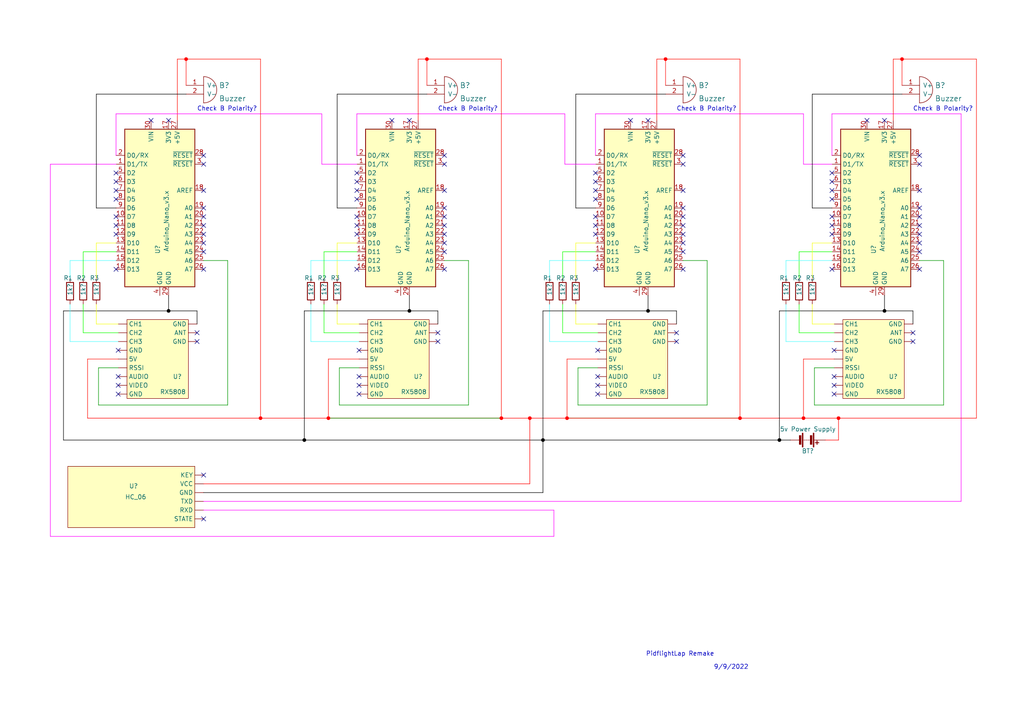
<source format=kicad_sch>
(kicad_sch (version 20211123) (generator eeschema)
  (paper "A4")
  (lib_symbols
    (symbol "Device:Battery" (pin_numbers hide) (pin_names (offset 0) hide)
      (property "Reference" "BT" (at 2.54 2.54 0))
      (property "Value" "Battery" (at 2.54 0 0))
      (symbol "Battery_0_1"
        (rectangle (start -2.032 -1.397) (end 2.032 -1.651) (fill (type outline)))
        (rectangle (start -2.032 1.778) (end 2.032 1.524) (fill (type outline)))
        (rectangle (start -1.3208 -1.9812) (end 1.27 -2.4892) (fill (type outline)))
        (rectangle (start -1.3208 1.1938) (end 1.27 0.6858) (fill (type outline)))
        (polyline (pts (xy 0 -1.524) (xy 0 -1.27)))
        (polyline (pts (xy 0 -1.016) (xy 0 -0.762)))
        (polyline (pts (xy 0 -0.508) (xy 0 -0.254)))
        (polyline (pts (xy 0 0) (xy 0 0.254)))
        (polyline (pts (xy 0 0.508) (xy 0 0.762)))
        (polyline (pts (xy 0 1.778) (xy 0 2.54)))
        (polyline (pts (xy 0.254 2.667) (xy 1.27 2.667)) (stroke (width 0.254)))
        (polyline (pts (xy 0.762 3.175) (xy 0.762 2.159)) (stroke (width 0.254)))
      )
      (symbol "Battery_1_1"
        (pin passive line (at 0 5.08 270) (length 2.54) (name "+") (number "1"))
        (pin passive line (at 0 -5.08 90) (length 2.54) (name "-") (number "2"))
      )
    )
    (symbol "Device:R" (pin_numbers hide) (pin_names (offset 0))
      (property "Reference" "R" (at 2.032 0 90))
      (property "Value" "R" (at 0 0 90))
      (symbol "R_0_1"
        (rectangle (start -1.016 -2.54) (end 1.016 2.54) (stroke (width 0.254)))
      )
      (symbol "R_1_1"
        (pin passive line (at 0 3.81 270) (length 1.27) (name "~") (number "1"))
        (pin passive line (at 0 -3.81 90) (length 1.27) (name "~") (number "2"))
      )
    )
    (symbol "HC_06:HC_06"
      (property "Reference" "U" (at -2.54 5.08 0))
      (property "Value" "HC_06" (at -1.27 1.27 0))
      (symbol "HC_06_0_1"
        (rectangle (start 17.78 8.89) (end -19.05 -8.89) (fill (type background)))
      )
      (symbol "HC_06_1_1"
        (pin input line (at 20.32 1.27 180) (length 2.54) (name "GND") (number ""))
        (pin input line (at 20.32 6.35 180) (length 2.54) (name "KEY") (number ""))
        (pin input line (at 20.32 -3.81 180) (length 2.54) (name "RXD") (number ""))
        (pin input line (at 20.32 -6.35 180) (length 2.54) (name "STATE") (number ""))
        (pin input line (at 20.32 -1.27 180) (length 2.54) (name "TXD") (number ""))
        (pin input line (at 20.32 3.81 180) (length 2.54) (name "VCC") (number ""))
      )
    )
    (symbol "MCU_Module:Arduino_Nano_v3.x"
      (property "Reference" "A" (at -10.16 23.495 0))
      (property "Value" "Arduino_Nano_v3.x" (at 5.08 -24.13 0))
      (symbol "Arduino_Nano_v3.x_0_1"
        (rectangle (start -10.16 22.86) (end 10.16 -22.86) (stroke (width 0.254)) (fill (type background)))
      )
      (symbol "Arduino_Nano_v3.x_1_1"
        (pin bidirectional line (at -12.7 12.7 0) (length 2.54) (name "D1/TX") (number "1"))
        (pin bidirectional line (at -12.7 -2.54 0) (length 2.54) (name "D7") (number "10"))
        (pin bidirectional line (at -12.7 -5.08 0) (length 2.54) (name "D8") (number "11"))
        (pin bidirectional line (at -12.7 -7.62 0) (length 2.54) (name "D9") (number "12"))
        (pin bidirectional line (at -12.7 -10.16 0) (length 2.54) (name "D10") (number "13"))
        (pin bidirectional line (at -12.7 -12.7 0) (length 2.54) (name "D11") (number "14"))
        (pin bidirectional line (at -12.7 -15.24 0) (length 2.54) (name "D12") (number "15"))
        (pin bidirectional line (at -12.7 -17.78 0) (length 2.54) (name "D13") (number "16"))
        (pin power_out line (at 2.54 25.4 270) (length 2.54) (name "3V3") (number "17"))
        (pin input line (at 12.7 5.08 180) (length 2.54) (name "AREF") (number "18"))
        (pin bidirectional line (at 12.7 0 180) (length 2.54) (name "A0") (number "19"))
        (pin bidirectional line (at -12.7 15.24 0) (length 2.54) (name "D0/RX") (number "2"))
        (pin bidirectional line (at 12.7 -2.54 180) (length 2.54) (name "A1") (number "20"))
        (pin bidirectional line (at 12.7 -5.08 180) (length 2.54) (name "A2") (number "21"))
        (pin bidirectional line (at 12.7 -7.62 180) (length 2.54) (name "A3") (number "22"))
        (pin bidirectional line (at 12.7 -10.16 180) (length 2.54) (name "A4") (number "23"))
        (pin bidirectional line (at 12.7 -12.7 180) (length 2.54) (name "A5") (number "24"))
        (pin bidirectional line (at 12.7 -15.24 180) (length 2.54) (name "A6") (number "25"))
        (pin bidirectional line (at 12.7 -17.78 180) (length 2.54) (name "A7") (number "26"))
        (pin power_out line (at 5.08 25.4 270) (length 2.54) (name "+5V") (number "27"))
        (pin input line (at 12.7 15.24 180) (length 2.54) (name "~{RESET}") (number "28"))
        (pin power_in line (at 2.54 -25.4 90) (length 2.54) (name "GND") (number "29"))
        (pin input line (at 12.7 12.7 180) (length 2.54) (name "~{RESET}") (number "3"))
        (pin power_in line (at -2.54 25.4 270) (length 2.54) (name "VIN") (number "30"))
        (pin power_in line (at 0 -25.4 90) (length 2.54) (name "GND") (number "4"))
        (pin bidirectional line (at -12.7 10.16 0) (length 2.54) (name "D2") (number "5"))
        (pin bidirectional line (at -12.7 7.62 0) (length 2.54) (name "D3") (number "6"))
        (pin bidirectional line (at -12.7 5.08 0) (length 2.54) (name "D4") (number "7"))
        (pin bidirectional line (at -12.7 2.54 0) (length 2.54) (name "D5") (number "8"))
        (pin bidirectional line (at -12.7 0 0) (length 2.54) (name "D6") (number "9"))
      )
    )
    (symbol "MRDT_Devices:Buzzer" (pin_names (offset 1.016))
      (property "Reference" "B" (at 1.27 -1.27 0))
      (property "Value" "Buzzer" (at 0 10.16 0))
      (symbol "Buzzer_0_1"
        (polyline (pts (xy 0 7.62) (xy 0 0)))
        (arc (start 0 0) (mid 3.81 3.81) (end 0 7.62))
      )
      (symbol "Buzzer_1_1"
        (pin input line (at -5.08 5.08 0) (length 5.08) (name "V+") (number "1"))
        (pin input line (at -5.08 2.54 0) (length 5.08) (name "V-") (number "2"))
      )
    )
    (symbol "RX5808:RX5808"
      (property "Reference" "U" (at 6.35 -7.62 0))
      (property "Value" "RX5808" (at 3.81 -11.43 0))
      (symbol "RX5808_0_1"
        (rectangle (start -8.89 10.16) (end 8.89 -12.7) (fill (type background)))
      )
      (symbol "RX5808_1_1"
        (pin input line (at -11.43 -1.27 0) (length 2.54) (name "5V") (number ""))
        (pin input line (at 11.43 6.35 180) (length 2.54) (name "ANT") (number ""))
        (pin input line (at -11.43 -6.35 0) (length 2.54) (name "AUDIO") (number ""))
        (pin input line (at -11.43 8.89 0) (length 2.54) (name "CH1") (number ""))
        (pin input line (at -11.43 6.35 0) (length 2.54) (name "CH2") (number ""))
        (pin input line (at -11.43 3.81 0) (length 2.54) (name "CH3") (number ""))
        (pin input line (at -11.43 -11.43 0) (length 2.54) (name "GND") (number ""))
        (pin input line (at -11.43 1.27 0) (length 2.54) (name "GND") (number ""))
        (pin input line (at 11.43 3.81 180) (length 2.54) (name "GND") (number ""))
        (pin input line (at 11.43 8.89 180) (length 2.54) (name "GND") (number ""))
        (pin input line (at -11.43 -3.81 0) (length 2.54) (name "RSSI") (number ""))
        (pin input line (at -11.43 -8.89 0) (length 2.54) (name "VIDEO") (number ""))
      )
    )
  )
  (junction (at 157.48 127.635) (color 0 0 0 1))
  (junction (at 123.825 17.145) (color 255 0 0 1))
  (junction (at 375.92 39.37) (color 0 0 0 1))
  (junction (at 226.06 127.635) (color 0 0 0 1))
  (junction (at 233.045 121.285) (color 255 0 0 1))
  (junction (at 424.18 14.605) (color 255 0 0 1))
  (junction (at 88.265 127.635) (color 0 0 0 1))
  (junction (at 95.25 121.285) (color 255 0 0 1))
  (junction (at 75.565 121.285) (color 255 0 0 1))
  (junction (at 214.63 121.285) (color 255 0 0 1))
  (junction (at 48.895 90.17) (color 0 0 0 1))
  (junction (at 164.465 121.285) (color 255 0 0 1))
  (junction (at 376.555 125.73) (color 255 0 0 1))
  (junction (at 118.745 90.17) (color 0 0 0 1))
  (junction (at 187.96 90.17) (color 0 0 0 1))
  (junction (at 261.62 17.145) (color 255 0 0 1))
  (junction (at 243.205 121.285) (color 255 0 0 1))
  (junction (at 145.415 121.285) (color 255 0 0 1))
  (junction (at 153.67 121.285) (color 255 0 0 1))
  (junction (at 414.655 14.605) (color 255 0 0 1))
  (junction (at 53.975 17.145) (color 255 0 0 1))
  (junction (at 256.54 90.17) (color 0 0 0 1))
  (junction (at 193.04 17.145) (color 255 0 0 1))
  (junction (at 412.115 99.06) (color 0 0 0 1))
  (no_connect (at 396.875 62.865))
  (no_connect (at 118.745 34.925))
  (no_connect (at 196.215 99.06))
  (no_connect (at 266.7 60.325))
  (no_connect (at 397.51 130.81))
  (no_connect (at 34.29 101.6))
  (no_connect (at 266.7 67.945))
  (no_connect (at 33.655 55.245))
  (no_connect (at 407.035 32.385))
  (no_connect (at 266.7 47.625))
  (no_connect (at 173.355 109.22))
  (no_connect (at 241.935 114.3))
  (no_connect (at 33.655 57.785))
  (no_connect (at 266.7 45.085))
  (no_connect (at 266.7 73.025))
  (no_connect (at 128.905 47.625))
  (no_connect (at 422.275 62.865))
  (no_connect (at 422.275 65.405))
  (no_connect (at 422.275 42.545))
  (no_connect (at 420.37 118.11))
  (no_connect (at 104.14 101.6))
  (no_connect (at 397.51 135.89))
  (no_connect (at 172.72 50.165))
  (no_connect (at 196.215 96.52))
  (no_connect (at 182.88 34.925))
  (no_connect (at 397.51 123.19))
  (no_connect (at 57.15 96.52))
  (no_connect (at 412.115 32.385))
  (no_connect (at 198.12 73.025))
  (no_connect (at 59.055 62.865))
  (no_connect (at 128.905 73.025))
  (no_connect (at 34.29 114.3))
  (no_connect (at 172.72 55.245))
  (no_connect (at 266.7 70.485))
  (no_connect (at 172.72 65.405))
  (no_connect (at 198.12 47.625))
  (no_connect (at 266.7 55.245))
  (no_connect (at 59.055 55.245))
  (no_connect (at 198.12 65.405))
  (no_connect (at 266.7 78.105))
  (no_connect (at 396.875 75.565))
  (no_connect (at 396.875 55.245))
  (no_connect (at 33.655 62.865))
  (no_connect (at 59.055 73.025))
  (no_connect (at 187.96 34.925))
  (no_connect (at 251.46 34.925))
  (no_connect (at 198.12 70.485))
  (no_connect (at 256.54 34.925))
  (no_connect (at 358.775 34.29))
  (no_connect (at 264.795 99.06))
  (no_connect (at 198.12 78.105))
  (no_connect (at 34.29 109.22))
  (no_connect (at 59.055 70.485))
  (no_connect (at 127 99.06))
  (no_connect (at 128.905 45.085))
  (no_connect (at 59.055 137.795))
  (no_connect (at 198.12 45.085))
  (no_connect (at 172.72 62.865))
  (no_connect (at 103.505 55.245))
  (no_connect (at 33.655 78.105))
  (no_connect (at 34.29 111.76))
  (no_connect (at 396.875 65.405))
  (no_connect (at 396.875 47.625))
  (no_connect (at 241.3 52.705))
  (no_connect (at 103.505 65.405))
  (no_connect (at 173.355 101.6))
  (no_connect (at 43.815 34.925))
  (no_connect (at 103.505 67.945))
  (no_connect (at 33.655 50.165))
  (no_connect (at 241.935 111.76))
  (no_connect (at 264.795 96.52))
  (no_connect (at 59.055 150.495))
  (no_connect (at 128.905 67.945))
  (no_connect (at 103.505 62.865))
  (no_connect (at 172.72 52.705))
  (no_connect (at 128.905 70.485))
  (no_connect (at 104.14 111.76))
  (no_connect (at 103.505 57.785))
  (no_connect (at 57.15 99.06))
  (no_connect (at 422.275 60.325))
  (no_connect (at 241.3 57.785))
  (no_connect (at 241.3 65.405))
  (no_connect (at 198.12 62.865))
  (no_connect (at 59.055 65.405))
  (no_connect (at 422.275 45.085))
  (no_connect (at 198.12 55.245))
  (no_connect (at 422.275 70.485))
  (no_connect (at 103.505 52.705))
  (no_connect (at 173.355 111.76))
  (no_connect (at 59.055 47.625))
  (no_connect (at 241.3 62.865))
  (no_connect (at 59.055 60.325))
  (no_connect (at 104.14 109.22))
  (no_connect (at 33.655 52.705))
  (no_connect (at 33.655 67.945))
  (no_connect (at 266.7 65.405))
  (no_connect (at 397.51 133.35))
  (no_connect (at 241.3 78.105))
  (no_connect (at 104.14 114.3))
  (no_connect (at 422.275 67.945))
  (no_connect (at 420.37 120.65))
  (no_connect (at 422.275 57.785))
  (no_connect (at 127 96.52))
  (no_connect (at 33.655 65.405))
  (no_connect (at 103.505 50.165))
  (no_connect (at 241.935 101.6))
  (no_connect (at 172.72 57.785))
  (no_connect (at 59.055 78.105))
  (no_connect (at 422.275 52.705))
  (no_connect (at 241.935 109.22))
  (no_connect (at 198.12 67.945))
  (no_connect (at 59.055 45.085))
  (no_connect (at 172.72 78.105))
  (no_connect (at 396.875 50.165))
  (no_connect (at 172.72 67.945))
  (no_connect (at 422.275 75.565))
  (no_connect (at 358.775 46.99))
  (no_connect (at 128.905 60.325))
  (no_connect (at 128.905 55.245))
  (no_connect (at 266.7 62.865))
  (no_connect (at 241.3 67.945))
  (no_connect (at 241.3 55.245))
  (no_connect (at 396.875 60.325))
  (no_connect (at 128.905 62.865))
  (no_connect (at 241.3 50.165))
  (no_connect (at 128.905 65.405))
  (no_connect (at 103.505 78.105))
  (no_connect (at 59.055 67.945))
  (no_connect (at 113.665 34.925))
  (no_connect (at 173.355 114.3))
  (no_connect (at 128.905 78.105))
  (no_connect (at 198.12 60.325))
  (no_connect (at 396.875 52.705))
  (no_connect (at 48.895 34.925))
  (wire (pts (xy 391.16 57.785) (xy 391.16 24.765)) (stroke (width 0) (color 0 0 0 1)))
  (wire (pts (xy 241.3 60.325) (xy 235.585 60.325)) (stroke (width 0) (color 0 0 0 1)))
  (wire (pts (xy 18.415 127.635) (xy 18.415 90.17)) (stroke (width 0) (color 0 0 0 1)))
  (wire (pts (xy 187.96 90.17) (xy 196.215 90.17)) (stroke (width 0) (color 0 0 0 1)))
  (wire (pts (xy 227.965 75.565) (xy 241.3 75.565)) (stroke (width 0) (color 84 251 255 1)))
  (wire (pts (xy 118.745 85.725) (xy 118.745 90.17)) (stroke (width 0) (color 0 0 0 1)))
  (wire (pts (xy 164.465 104.14) (xy 164.465 121.285)) (stroke (width 0) (color 255 13 4 1)))
  (wire (pts (xy 236.22 106.68) (xy 236.22 117.475)))
  (wire (pts (xy 235.585 60.325) (xy 235.585 27.305)) (stroke (width 0) (color 0 0 0 1)))
  (wire (pts (xy 95.25 104.14) (xy 95.25 121.285)) (stroke (width 0) (color 255 13 4 1)))
  (wire (pts (xy 33.655 45.085) (xy 33.655 33.02)) (stroke (width 0) (color 255 0 255 1)))
  (wire (pts (xy 104.14 106.68) (xy 98.425 106.68)))
  (wire (pts (xy 172.72 45.085) (xy 172.72 33.02)) (stroke (width 0) (color 255 0 255 1)))
  (wire (pts (xy 383.54 42.545) (xy 396.875 42.545)))
  (wire (pts (xy 273.685 117.475) (xy 273.685 75.565)))
  (wire (pts (xy 53.975 17.145) (xy 75.565 17.145)) (stroke (width 0) (color 255 13 4 1)))
  (wire (pts (xy 14.605 47.625) (xy 14.605 155.575)) (stroke (width 0) (color 255 0 255 1)))
  (wire (pts (xy 412.115 83.185) (xy 412.115 99.06)) (stroke (width 0) (color 56 56 56 1)))
  (wire (pts (xy 88.265 127.635) (xy 18.415 127.635)) (stroke (width 0) (color 0 0 0 1)))
  (wire (pts (xy 236.22 117.475) (xy 273.685 117.475)))
  (wire (pts (xy 20.32 75.565) (xy 33.655 75.565)) (stroke (width 0) (color 84 251 255 1)))
  (wire (pts (xy 187.96 85.725) (xy 187.96 90.17)) (stroke (width 0) (color 0 0 0 1)))
  (wire (pts (xy 172.72 33.02) (xy 233.045 33.02)) (stroke (width 0) (color 255 0 255 1)))
  (wire (pts (xy 214.63 121.285) (xy 214.63 17.145)) (stroke (width 0) (color 255 13 4 1)))
  (wire (pts (xy 375.92 14.605) (xy 403.86 14.605)) (stroke (width 0) (color 56 56 56 1)))
  (wire (pts (xy 97.79 80.645) (xy 97.79 70.485)) (stroke (width 0) (color 246 255 28 1)))
  (wire (pts (xy 358.775 44.45) (xy 383.54 44.45)))
  (wire (pts (xy 57.15 93.98) (xy 57.15 90.17)) (stroke (width 0) (color 0 0 0 1)))
  (wire (pts (xy 173.355 106.68) (xy 167.64 106.68)))
  (wire (pts (xy 59.055 140.335) (xy 153.67 140.335)) (stroke (width 0) (color 255 0 0 1)))
  (wire (pts (xy 27.94 88.265) (xy 27.94 93.98)) (stroke (width 0) (color 246 255 28 1)))
  (wire (pts (xy 391.16 115.57) (xy 397.51 115.57)) (stroke (width 0) (color 246 255 28 1)))
  (wire (pts (xy 103.505 33.02) (xy 163.83 33.02)) (stroke (width 0) (color 255 0 255 1)))
  (wire (pts (xy 233.045 33.02) (xy 233.045 47.625)) (stroke (width 0) (color 255 0 255 1)))
  (wire (pts (xy 160.655 155.575) (xy 160.655 147.955)) (stroke (width 0) (color 255 0 255 1)))
  (wire (pts (xy 190.5 17.145) (xy 193.04 17.145)) (stroke (width 0) (color 255 13 4 1)))
  (wire (pts (xy 283.21 121.285) (xy 283.21 17.145)) (stroke (width 0) (color 255 13 4 1)))
  (wire (pts (xy 93.98 73.025) (xy 103.505 73.025)) (stroke (width 0) (color 15 255 0 1)))
  (wire (pts (xy 59.055 145.415) (xy 278.765 145.415)) (stroke (width 0) (color 255 0 255 1)))
  (wire (pts (xy 90.17 99.06) (xy 90.17 88.265)) (stroke (width 0) (color 84 251 255 1)))
  (wire (pts (xy 397.51 128.27) (xy 391.795 128.27)))
  (wire (pts (xy 447.675 14.605) (xy 424.18 14.605)) (stroke (width 0) (color 255 13 4 1)))
  (wire (pts (xy 48.895 90.17) (xy 57.15 90.17)) (stroke (width 0) (color 0 0 0 1)))
  (wire (pts (xy 264.795 93.98) (xy 264.795 90.17)) (stroke (width 0) (color 0 0 0 1)))
  (wire (pts (xy 259.08 17.145) (xy 261.62 17.145)) (stroke (width 0) (color 255 13 4 1)))
  (wire (pts (xy 163.83 47.625) (xy 172.72 47.625)) (stroke (width 0) (color 255 0 255 1)))
  (wire (pts (xy 387.35 70.485) (xy 396.875 70.485)) (stroke (width 0) (color 15 255 0 1)))
  (wire (pts (xy 261.62 17.145) (xy 283.21 17.145)) (stroke (width 0) (color 255 13 4 1)))
  (wire (pts (xy 273.685 75.565) (xy 266.7 75.565)))
  (wire (pts (xy 241.935 99.06) (xy 227.965 99.06)) (stroke (width 0) (color 84 251 255 1)))
  (wire (pts (xy 14.605 155.575) (xy 160.655 155.575)) (stroke (width 0) (color 255 0 255 1)))
  (wire (pts (xy 231.775 96.52) (xy 231.775 88.265)) (stroke (width 0) (color 15 255 0 1)))
  (wire (pts (xy 159.385 75.565) (xy 172.72 75.565)) (stroke (width 0) (color 84 251 255 1)))
  (wire (pts (xy 391.795 141.605) (xy 429.26 141.605)))
  (wire (pts (xy 48.895 85.725) (xy 48.895 90.17)) (stroke (width 0) (color 0 0 0 1)))
  (wire (pts (xy 391.16 67.945) (xy 396.875 67.945)) (stroke (width 0) (color 246 255 28 1)))
  (wire (pts (xy 20.32 80.645) (xy 20.32 75.565)) (stroke (width 0) (color 84 251 255 1)))
  (wire (pts (xy 95.25 121.285) (xy 145.415 121.285)))
  (wire (pts (xy 88.265 90.17) (xy 88.265 127.635)) (stroke (width 0) (color 0 0 0 1)))
  (wire (pts (xy 104.14 104.14) (xy 95.25 104.14)) (stroke (width 0) (color 255 13 4 1)))
  (wire (pts (xy 243.205 127.635) (xy 243.205 121.285)) (stroke (width 0) (color 255 0 0 1)))
  (wire (pts (xy 66.04 117.475) (xy 66.04 75.565)))
  (wire (pts (xy 163.83 33.02) (xy 163.83 47.625)) (stroke (width 0) (color 255 0 255 1)))
  (wire (pts (xy 97.79 27.305) (xy 123.825 27.305)) (stroke (width 0) (color 0 0 0 1)))
  (wire (pts (xy 241.935 96.52) (xy 231.775 96.52)) (stroke (width 0) (color 15 255 0 1)))
  (wire (pts (xy 25.4 104.14) (xy 25.4 121.285)) (stroke (width 0) (color 255 13 4 1)))
  (wire (pts (xy 157.48 142.875) (xy 59.055 142.875)) (stroke (width 0) (color 0 0 0 1)))
  (wire (pts (xy 226.06 90.17) (xy 256.54 90.17)) (stroke (width 0) (color 0 0 0 1)))
  (wire (pts (xy 231.775 80.645) (xy 231.775 73.025)) (stroke (width 0) (color 15 255 0 1)))
  (wire (pts (xy 97.79 60.325) (xy 97.79 27.305)) (stroke (width 0) (color 0 0 0 1)))
  (wire (pts (xy 396.875 57.785) (xy 391.16 57.785)) (stroke (width 0) (color 0 0 0 1)))
  (wire (pts (xy 33.655 60.325) (xy 27.94 60.325)) (stroke (width 0) (color 0 0 0 1)))
  (wire (pts (xy 387.35 102.235) (xy 387.35 70.485)) (stroke (width 0) (color 15 255 0 1)))
  (wire (pts (xy 397.51 118.11) (xy 387.35 118.11)) (stroke (width 0) (color 15 255 0 1)))
  (wire (pts (xy 226.06 90.17) (xy 226.06 127.635)) (stroke (width 0) (color 0 0 0 1)))
  (wire (pts (xy 153.67 140.335) (xy 153.67 121.285)) (stroke (width 0) (color 255 0 0 1)))
  (wire (pts (xy 412.115 99.06) (xy 420.37 99.06)) (stroke (width 0) (color 56 56 56 1)))
  (wire (pts (xy 103.505 45.085) (xy 103.505 33.02)) (stroke (width 0) (color 255 0 255 1)))
  (wire (pts (xy 167.005 27.305) (xy 193.04 27.305)) (stroke (width 0) (color 0 0 0 1)))
  (wire (pts (xy 163.195 80.645) (xy 163.195 73.025)) (stroke (width 0) (color 15 255 0 1)))
  (wire (pts (xy 167.005 80.645) (xy 167.005 70.485)) (stroke (width 0) (color 246 255 28 1)))
  (wire (pts (xy 97.79 93.98) (xy 104.14 93.98)) (stroke (width 0) (color 246 255 28 1)))
  (wire (pts (xy 173.355 104.14) (xy 164.465 104.14)) (stroke (width 0) (color 255 13 4 1)))
  (wire (pts (xy 235.585 80.645) (xy 235.585 70.485)) (stroke (width 0) (color 246 255 28 1)))
  (wire (pts (xy 243.205 121.285) (xy 283.21 121.285)) (stroke (width 0) (color 255 0 0 1)))
  (wire (pts (xy 376.555 125.73) (xy 376.555 150.495)) (stroke (width 0) (color 255 13 4 1)))
  (wire (pts (xy 383.54 102.235) (xy 383.54 73.025)) (stroke (width 0) (color 84 251 255 1)))
  (wire (pts (xy 391.16 109.855) (xy 391.16 115.57)) (stroke (width 0) (color 246 255 28 1)))
  (wire (pts (xy 157.48 127.635) (xy 88.265 127.635)) (stroke (width 0) (color 0 0 0 1)))
  (wire (pts (xy 429.26 73.025) (xy 422.275 73.025)))
  (wire (pts (xy 98.425 106.68) (xy 98.425 117.475)))
  (wire (pts (xy 27.94 60.325) (xy 27.94 27.305)) (stroke (width 0) (color 0 0 0 1)))
  (wire (pts (xy 391.16 24.765) (xy 424.18 24.765)) (stroke (width 0) (color 0 0 0 1)))
  (wire (pts (xy 93.345 33.02) (xy 93.345 47.625)) (stroke (width 0) (color 255 0 255 1)))
  (wire (pts (xy 123.825 17.145) (xy 123.825 24.765)) (stroke (width 0) (color 255 18 14 1)))
  (wire (pts (xy 226.06 127.635) (xy 229.235 127.635)) (stroke (width 0) (color 0 0 0 1)))
  (wire (pts (xy 261.62 17.145) (xy 261.62 24.765)) (stroke (width 0) (color 255 18 14 1)))
  (wire (pts (xy 27.94 80.645) (xy 27.94 70.485)) (stroke (width 0) (color 246 255 28 1)))
  (wire (pts (xy 34.29 104.14) (xy 25.4 104.14)) (stroke (width 0) (color 255 13 4 1)))
  (wire (pts (xy 157.48 90.17) (xy 157.48 127.635)) (stroke (width 0) (color 0 0 0 1)))
  (wire (pts (xy 104.14 99.06) (xy 90.17 99.06)) (stroke (width 0) (color 84 251 255 1)))
  (wire (pts (xy 424.18 14.605) (xy 424.18 22.225)) (stroke (width 0) (color 255 18 14 1)))
  (wire (pts (xy 447.675 150.495) (xy 447.675 14.605)) (stroke (width 0) (color 255 13 4 1)))
  (wire (pts (xy 167.005 60.325) (xy 167.005 27.305)) (stroke (width 0) (color 0 0 0 1)))
  (wire (pts (xy 93.98 80.645) (xy 93.98 73.025)) (stroke (width 0) (color 15 255 0 1)))
  (wire (pts (xy 24.13 96.52) (xy 24.13 88.265)) (stroke (width 0) (color 15 255 0 1)))
  (wire (pts (xy 33.655 33.02) (xy 93.345 33.02)) (stroke (width 0) (color 255 0 255 1)))
  (wire (pts (xy 18.415 90.17) (xy 48.895 90.17)) (stroke (width 0) (color 0 0 0 1)))
  (wire (pts (xy 241.935 104.14) (xy 233.045 104.14)) (stroke (width 0) (color 255 13 4 1)))
  (wire (pts (xy 28.575 106.68) (xy 28.575 117.475)))
  (wire (pts (xy 233.045 104.14) (xy 233.045 121.285)) (stroke (width 0) (color 255 13 4 1)))
  (wire (pts (xy 256.54 85.725) (xy 256.54 90.17)) (stroke (width 0) (color 0 0 0 1)))
  (wire (pts (xy 233.045 121.285) (xy 243.205 121.285)) (stroke (width 0) (color 255 0 0 1)))
  (wire (pts (xy 391.16 102.235) (xy 391.16 67.945)) (stroke (width 0) (color 246 255 28 1)))
  (wire (pts (xy 420.37 115.57) (xy 420.37 99.06)) (stroke (width 0) (color 56 56 56 1)))
  (wire (pts (xy 27.94 93.98) (xy 34.29 93.98)) (stroke (width 0) (color 246 255 28 1)))
  (wire (pts (xy 160.655 147.955) (xy 59.055 147.955)) (stroke (width 0) (color 255 0 255 1)))
  (wire (pts (xy 383.54 41.91) (xy 383.54 42.545)))
  (wire (pts (xy 157.48 90.17) (xy 187.96 90.17)) (stroke (width 0) (color 0 0 0 1)))
  (wire (pts (xy 153.67 121.285) (xy 145.415 121.285)) (stroke (width 0) (color 255 0 0 1)))
  (wire (pts (xy 383.54 45.085) (xy 396.875 45.085)))
  (wire (pts (xy 25.4 121.285) (xy 75.565 121.285)) (stroke (width 0) (color 255 0 0 1)))
  (wire (pts (xy 33.655 47.625) (xy 14.605 47.625)) (stroke (width 0) (color 255 0 255 1)))
  (wire (pts (xy 66.04 75.565) (xy 59.055 75.565)))
  (wire (pts (xy 98.425 117.475) (xy 135.89 117.475)))
  (wire (pts (xy 127 93.98) (xy 127 90.17)) (stroke (width 0) (color 0 0 0 1)))
  (wire (pts (xy 121.285 17.145) (xy 123.825 17.145)) (stroke (width 0) (color 255 0 0 1)))
  (wire (pts (xy 414.655 32.385) (xy 414.655 14.605)) (stroke (width 0) (color 255 13 4 1)))
  (wire (pts (xy 383.54 44.45) (xy 383.54 45.085)))
  (wire (pts (xy 51.435 17.145) (xy 53.975 17.145)) (stroke (width 0) (color 255 13 4 1)))
  (wire (pts (xy 429.26 141.605) (xy 429.26 73.025)))
  (wire (pts (xy 88.265 90.17) (xy 118.745 90.17)) (stroke (width 0) (color 0 0 0 1)))
  (wire (pts (xy 358.775 39.37) (xy 375.92 39.37)) (stroke (width 0) (color 0 0 0 1)))
  (wire (pts (xy 20.32 99.06) (xy 20.32 88.265)) (stroke (width 0) (color 84 251 255 1)))
  (wire (pts (xy 95.25 121.285) (xy 145.415 121.285)) (stroke (width 0) (color 255 0 0 1)))
  (wire (pts (xy 53.975 17.145) (xy 53.975 24.765)) (stroke (width 0) (color 255 18 14 1)))
  (wire (pts (xy 233.045 47.625) (xy 241.3 47.625)) (stroke (width 0) (color 255 0 255 1)))
  (wire (pts (xy 159.385 80.645) (xy 159.385 75.565)) (stroke (width 0) (color 84 251 255 1)))
  (wire (pts (xy 28.575 117.475) (xy 66.04 117.475)))
  (wire (pts (xy 163.195 73.025) (xy 172.72 73.025)) (stroke (width 0) (color 15 255 0 1)))
  (wire (pts (xy 383.54 73.025) (xy 396.875 73.025)) (stroke (width 0) (color 84 251 255 1)))
  (wire (pts (xy 235.585 70.485) (xy 241.3 70.485)) (stroke (width 0) (color 246 255 28 1)))
  (wire (pts (xy 90.17 80.645) (xy 90.17 75.565)) (stroke (width 0) (color 84 251 255 1)))
  (wire (pts (xy 90.17 75.565) (xy 103.505 75.565)) (stroke (width 0) (color 84 251 255 1)))
  (wire (pts (xy 193.04 17.145) (xy 193.04 24.765)) (stroke (width 0) (color 255 18 14 1)))
  (wire (pts (xy 97.79 70.485) (xy 103.505 70.485)) (stroke (width 0) (color 246 255 28 1)))
  (wire (pts (xy 24.13 73.025) (xy 33.655 73.025)) (stroke (width 0) (color 15 255 0 1)))
  (wire (pts (xy 159.385 99.06) (xy 159.385 88.265)) (stroke (width 0) (color 84 251 255 1)))
  (wire (pts (xy 103.505 60.325) (xy 97.79 60.325)) (stroke (width 0) (color 0 0 0 1)))
  (wire (pts (xy 167.005 93.98) (xy 173.355 93.98)) (stroke (width 0) (color 246 255 28 1)))
  (wire (pts (xy 118.745 90.17) (xy 127 90.17)) (stroke (width 0) (color 0 0 0 1)))
  (wire (pts (xy 75.565 121.285) (xy 75.565 17.145)) (stroke (width 0) (color 255 13 4 1)))
  (wire (pts (xy 93.345 47.625) (xy 103.505 47.625)) (stroke (width 0) (color 255 0 255 1)))
  (wire (pts (xy 123.825 17.145) (xy 145.415 17.145)) (stroke (width 0) (color 255 13 4 1)))
  (wire (pts (xy 358.775 36.83) (xy 365.76 36.83)) (stroke (width 0) (color 255 0 32 1)))
  (wire (pts (xy 358.775 41.91) (xy 383.54 41.91)))
  (wire (pts (xy 375.92 99.06) (xy 412.115 99.06)) (stroke (width 0) (color 56 56 56 1)))
  (wire (pts (xy 190.5 34.925) (xy 190.5 17.145)) (stroke (width 0) (color 255 13 4 1)))
  (wire (pts (xy 34.29 106.68) (xy 28.575 106.68)))
  (wire (pts (xy 167.64 106.68) (xy 167.64 117.475)))
  (wire (pts (xy 235.585 27.305) (xy 261.62 27.305)) (stroke (width 0) (color 0 0 0 1)))
  (wire (pts (xy 167.64 117.475) (xy 205.105 117.475)))
  (wire (pts (xy 391.795 128.27) (xy 391.795 141.605)))
  (wire (pts (xy 173.355 96.52) (xy 163.195 96.52)) (stroke (width 0) (color 15 255 0 1)))
  (wire (pts (xy 51.435 34.925) (xy 51.435 17.145)) (stroke (width 0) (color 255 13 4 1)))
  (wire (pts (xy 375.92 39.37) (xy 375.92 14.605)) (stroke (width 0) (color 56 56 56 1)))
  (wire (pts (xy 196.215 93.98) (xy 196.215 90.17)) (stroke (width 0) (color 0 0 0 1)))
  (wire (pts (xy 383.54 120.65) (xy 383.54 109.855)) (stroke (width 0) (color 84 251 255 1)))
  (wire (pts (xy 227.965 80.645) (xy 227.965 75.565)) (stroke (width 0) (color 84 251 255 1)))
  (wire (pts (xy 239.395 127.635) (xy 243.205 127.635)) (stroke (width 0) (color 255 0 0 1)))
  (wire (pts (xy 173.355 99.06) (xy 159.385 99.06)) (stroke (width 0) (color 84 251 255 1)))
  (wire (pts (xy 278.765 33.02) (xy 278.765 145.415)) (stroke (width 0) (color 255 0 255 1)))
  (wire (pts (xy 241.3 45.085) (xy 241.3 33.02)) (stroke (width 0) (color 255 0 255 1)))
  (wire (pts (xy 214.63 121.285) (xy 233.045 121.285)) (stroke (width 0) (color 255 0 0 1)))
  (wire (pts (xy 231.775 73.025) (xy 241.3 73.025)) (stroke (width 0) (color 15 255 0 1)))
  (wire (pts (xy 235.585 93.98) (xy 241.935 93.98)) (stroke (width 0) (color 246 255 28 1)))
  (wire (pts (xy 193.04 17.145) (xy 214.63 17.145)) (stroke (width 0) (color 255 13 4 1)))
  (wire (pts (xy 397.51 120.65) (xy 383.54 120.65)) (stroke (width 0) (color 84 251 255 1)))
  (wire (pts (xy 75.565 121.285) (xy 95.25 121.285)) (stroke (width 0) (color 255 0 0 1)))
  (wire (pts (xy 172.72 60.325) (xy 167.005 60.325)) (stroke (width 0) (color 0 0 0 1)))
  (wire (pts (xy 27.94 70.485) (xy 33.655 70.485)) (stroke (width 0) (color 246 255 28 1)))
  (wire (pts (xy 34.29 96.52) (xy 24.13 96.52)) (stroke (width 0) (color 15 255 0 1)))
  (wire (pts (xy 365.76 125.73) (xy 376.555 125.73)) (stroke (width 0) (color 255 0 0 1)))
  (wire (pts (xy 414.655 14.605) (xy 414.02 14.605)))
  (wire (pts (xy 256.54 90.17) (xy 264.795 90.17)) (stroke (width 0) (color 0 0 0 1)))
  (wire (pts (xy 153.67 121.285) (xy 164.465 121.285)) (stroke (width 0) (color 255 0 0 1)))
  (wire (pts (xy 414.655 14.605) (xy 424.18 14.605)) (stroke (width 0) (color 255 13 4 1)))
  (wire (pts (xy 164.465 121.285) (xy 214.63 121.285)) (stroke (width 0) (color 255 0 0 1)))
  (wire (pts (xy 104.14 96.52) (xy 93.98 96.52)) (stroke (width 0) (color 15 255 0 1)))
  (wire (pts (xy 241.935 106.68) (xy 236.22 106.68)))
  (wire (pts (xy 227.965 99.06) (xy 227.965 88.265)) (stroke (width 0) (color 84 251 255 1)))
  (wire (pts (xy 135.89 75.565) (xy 128.905 75.565)))
  (wire (pts (xy 157.48 127.635) (xy 157.48 142.875)) (stroke (width 0) (color 0 0 0 1)))
  (wire (pts (xy 387.35 118.11) (xy 387.35 109.855)) (stroke (width 0) (color 15 255 0 1)))
  (wire (pts (xy 167.005 70.485) (xy 172.72 70.485)) (stroke (width 0) (color 246 255 28 1)))
  (wire (pts (xy 135.89 117.475) (xy 135.89 75.565)))
  (wire (pts (xy 241.3 33.02) (xy 278.765 33.02)) (stroke (width 0) (color 255 0 255 1)))
  (wire (pts (xy 226.06 127.635) (xy 157.48 127.635)) (stroke (width 0) (color 0 0 0 1)))
  (wire (pts (xy 93.98 96.52) (xy 93.98 88.265)) (stroke (width 0) (color 15 255 0 1)))
  (wire (pts (xy 397.51 125.73) (xy 376.555 125.73)) (stroke (width 0) (color 255 13 4 1)))
  (wire (pts (xy 163.195 96.52) (xy 163.195 88.265)) (stroke (width 0) (color 15 255 0 1)))
  (wire (pts (xy 167.005 88.265) (xy 167.005 93.98)) (stroke (width 0) (color 246 255 28 1)))
  (wire (pts (xy 164.465 121.285) (xy 214.63 121.285)))
  (wire (pts (xy 24.13 80.645) (xy 24.13 73.025)) (stroke (width 0) (color 15 255 0 1)))
  (wire (pts (xy 259.08 34.925) (xy 259.08 17.145)) (stroke (width 0) (color 255 13 4 1)))
  (wire (pts (xy 121.285 34.925) (xy 121.285 17.145)) (stroke (width 0) (color 255 13 4 1)))
  (wire (pts (xy 27.94 27.305) (xy 53.975 27.305)) (stroke (width 0) (color 0 0 0 1)))
  (wire (pts (xy 376.555 150.495) (xy 447.675 150.495)) (stroke (width 0) (color 255 13 4 1)))
  (wire (pts (xy 97.79 88.265) (xy 97.79 93.98)) (stroke (width 0) (color 246 255 28 1)))
  (wire (pts (xy 205.105 117.475) (xy 205.105 75.565)))
  (wire (pts (xy 205.105 75.565) (xy 198.12 75.565)))
  (wire (pts (xy 145.415 121.285) (xy 145.415 17.145)) (stroke (width 0) (color 255 13 4 1)))
  (wire (pts (xy 375.92 99.06) (xy 375.92 39.37)) (stroke (width 0) (color 56 56 56 1)))
  (wire (pts (xy 235.585 88.265) (xy 235.585 93.98)) (stroke (width 0) (color 246 255 28 1)))
  (wire (pts (xy 365.76 36.83) (xy 365.76 125.73)) (stroke (width 0) (color 255 0 0 1)))
  (wire (pts (xy 34.29 99.06) (xy 20.32 99.06)) (stroke (width 0) (color 84 251 255 1)))
  (text "PidflightLap Remake\n" (at 187.325 190.5 0) (effects (font (size 1.27 1.27)) (justify left bottom)))
  (text "Check B Polarity?" (at 127 32.385 0) (effects (font (size 1.27 1.27)) (justify left bottom)))
  (text "Check B Polarity?" (at 264.795 32.385 0) (effects (font (size 1.27 1.27)) (justify left bottom)))
  (text "Check B Polarity?" (at 427.355 29.845 0) (effects (font (size 1.27 1.27)) (justify left bottom)))
  (text "Check B Polarity?" (at 196.215 32.385 0) (effects (font (size 1.27 1.27)) (justify left bottom)))
  (text "9/9/2022" (at 207.01 194.31 0) (effects (font (size 1.27 1.27)) (justify left bottom)))
  (text "Check B Polarity?" (at 57.15 32.385 0) (effects (font (size 1.27 1.27)) (justify left bottom)))
  (symbol (lib_id "RX5808:RX5808") (at 408.94 124.46 0) (unit 1)
    (property "Reference" "U2" (at 414.655 130.81 0))
    (property "Value" "RX5808" (at 413.385 135.255 0))
  )
  (symbol (lib_id "MCU_Module:Arduino_Nano_v3.x") (at 116.205 60.325 0) (unit 1)
    (property "Reference" "U?" (at 115.57 73.66 90) (effects (justify left)))
    (property "Value" "Arduino_Nano_v3.x" (at 118.11 73.025 90) (effects (justify left)))
    (property "Footprint" "Module:Arduino_Nano" (effects hide))
    (property "Datasheet" "http://www.mouser.com/pdfdocs/Gravitech_Arduino_Nano3_0.pdf" (effects hide))
  )
  (symbol (lib_id "Device:R") (at 231.775 84.455 0) (unit 1)
    (property "Reference" "1k?" (at 231.775 85.725 90) (effects (justify left)))
    (property "Value" "R2" (at 229.87 80.645 0) (effects (justify left)))
  )
  (symbol (lib_id "MRDT_Devices:Buzzer") (at 59.055 29.845 0) (unit 1)
    (property "Reference" "B?" (at 63.5 24.765 0) (effects (font (size 1.524 1.524)) (justify left)))
    (property "Value" "Buzzer" (at 63.5 28.575 0) (effects (font (size 1.524 1.524)) (justify left)))
  )
  (symbol (lib_id "MCU_Module:Arduino_Nano_v3.x") (at 409.575 57.785 0) (unit 1)
    (property "Reference" "U1" (at 408.94 71.12 90) (effects (justify left)))
    (property "Value" "Arduino_Nano_v3.x" (at 411.48 70.485 90) (effects (justify left)))
    (property "Footprint" "Module:Arduino_Nano" (effects hide))
    (property "Datasheet" "http://www.mouser.com/pdfdocs/Gravitech_Arduino_Nano3_0.pdf" (effects hide))
  )
  (symbol (lib_id "Device:R") (at 159.385 84.455 0) (unit 1)
    (property "Reference" "1k?" (at 159.385 85.725 90) (effects (justify left)))
    (property "Value" "R1" (at 157.48 80.645 0) (effects (justify left)))
  )
  (symbol (lib_id "HC_06:HC_06") (at 338.455 40.64 0) (unit 1)
    (property "Reference" "U3" (at 338.455 37.465 0))
    (property "Value" "HC_06" (at 339.09 40.64 0))
  )
  (symbol (lib_id "Device:R") (at 383.54 106.045 0) (unit 1)
    (property "Reference" "1k1" (at 383.54 107.315 90) (effects (justify left)))
    (property "Value" "R1" (at 381.635 102.235 0) (effects (justify left)))
  )
  (symbol (lib_id "Device:R") (at 167.005 84.455 0) (unit 1)
    (property "Reference" "1k?" (at 167.005 85.725 90) (effects (justify left)))
    (property "Value" "R3" (at 165.1 80.645 0) (effects (justify left)))
  )
  (symbol (lib_id "MCU_Module:Arduino_Nano_v3.x") (at 254 60.325 0) (unit 1)
    (property "Reference" "U?" (at 253.365 73.66 90) (effects (justify left)))
    (property "Value" "Arduino_Nano_v3.x" (at 255.905 73.025 90) (effects (justify left)))
    (property "Footprint" "Module:Arduino_Nano" (effects hide))
    (property "Datasheet" "http://www.mouser.com/pdfdocs/Gravitech_Arduino_Nano3_0.pdf" (effects hide))
  )
  (symbol (lib_id "Device:Battery") (at 234.315 127.635 270) (unit 1)
    (property "Reference" "BT?" (at 234.315 130.81 90))
    (property "Value" "5v Power Supply" (at 234.315 124.46 90))
  )
  (symbol (lib_id "Device:R") (at 227.965 84.455 0) (unit 1)
    (property "Reference" "1k?" (at 227.965 85.725 90) (effects (justify left)))
    (property "Value" "R1" (at 226.06 80.645 0) (effects (justify left)))
  )
  (symbol (lib_id "RX5808:RX5808") (at 184.785 102.87 0) (unit 1)
    (property "Reference" "U?" (at 190.5 109.22 0))
    (property "Value" "RX5808" (at 189.23 113.665 0))
  )
  (symbol (lib_id "MCU_Module:Arduino_Nano_v3.x") (at 46.355 60.325 0) (unit 1)
    (property "Reference" "U?" (at 45.72 73.66 90) (effects (justify left)))
    (property "Value" "Arduino_Nano_v3.x" (at 48.26 73.025 90) (effects (justify left)))
    (property "Footprint" "Module:Arduino_Nano" (effects hide))
    (property "Datasheet" "http://www.mouser.com/pdfdocs/Gravitech_Arduino_Nano3_0.pdf" (effects hide))
  )
  (symbol (lib_id "RX5808:RX5808") (at 115.57 102.87 0) (unit 1)
    (property "Reference" "U?" (at 121.285 109.22 0))
    (property "Value" "RX5808" (at 120.015 113.665 0))
  )
  (symbol (lib_id "MCU_Module:Arduino_Nano_v3.x") (at 185.42 60.325 0) (unit 1)
    (property "Reference" "U?" (at 184.785 73.66 90) (effects (justify left)))
    (property "Value" "Arduino_Nano_v3.x" (at 187.325 73.025 90) (effects (justify left)))
    (property "Footprint" "Module:Arduino_Nano" (effects hide))
    (property "Datasheet" "http://www.mouser.com/pdfdocs/Gravitech_Arduino_Nano3_0.pdf" (effects hide))
  )
  (symbol (lib_id "Device:R") (at 391.16 106.045 0) (unit 1)
    (property "Reference" "1k3" (at 391.16 107.315 90) (effects (justify left)))
    (property "Value" "R3" (at 389.255 102.235 0) (effects (justify left)))
  )
  (symbol (lib_id "Device:R") (at 163.195 84.455 0) (unit 1)
    (property "Reference" "1k?" (at 163.195 85.725 90) (effects (justify left)))
    (property "Value" "R2" (at 161.29 80.645 0) (effects (justify left)))
  )
  (symbol (lib_id "Device:R") (at 387.35 106.045 0) (unit 1)
    (property "Reference" "1k2" (at 387.35 107.315 90) (effects (justify left)))
    (property "Value" "R2" (at 385.445 102.235 0) (effects (justify left)))
  )
  (symbol (lib_id "Device:R") (at 24.13 84.455 0) (unit 1)
    (property "Reference" "1k?" (at 24.13 85.725 90) (effects (justify left)))
    (property "Value" "R2" (at 22.225 80.645 0) (effects (justify left)))
  )
  (symbol (lib_id "Device:R") (at 27.94 84.455 0) (unit 1)
    (property "Reference" "1k?" (at 27.94 85.725 90) (effects (justify left)))
    (property "Value" "R3" (at 26.035 80.645 0) (effects (justify left)))
  )
  (symbol (lib_id "Device:R") (at 235.585 84.455 0) (unit 1)
    (property "Reference" "1k?" (at 235.585 85.725 90) (effects (justify left)))
    (property "Value" "R3" (at 233.68 80.645 0) (effects (justify left)))
  )
  (symbol (lib_id "MRDT_Devices:Buzzer") (at 266.7 29.845 0) (unit 1)
    (property "Reference" "B?" (at 271.145 24.765 0) (effects (font (size 1.524 1.524)) (justify left)))
    (property "Value" "Buzzer" (at 271.145 28.575 0) (effects (font (size 1.524 1.524)) (justify left)))
  )
  (symbol (lib_id "Device:Battery") (at 408.94 14.605 270) (unit 1)
    (property "Reference" "BT1" (at 408.94 17.78 90))
    (property "Value" "5v Power Supply" (at 408.94 11.43 90))
  )
  (symbol (lib_id "RX5808:RX5808") (at 253.365 102.87 0) (unit 1)
    (property "Reference" "U?" (at 259.08 109.22 0))
    (property "Value" "RX5808" (at 257.81 113.665 0))
  )
  (symbol (lib_id "MRDT_Devices:Buzzer") (at 128.905 29.845 0) (unit 1)
    (property "Reference" "B?" (at 133.35 24.765 0) (effects (font (size 1.524 1.524)) (justify left)))
    (property "Value" "Buzzer" (at 133.35 28.575 0) (effects (font (size 1.524 1.524)) (justify left)))
  )
  (symbol (lib_id "Device:R") (at 20.32 84.455 0) (unit 1)
    (property "Reference" "1k?" (at 20.32 85.725 90) (effects (justify left)))
    (property "Value" "R1" (at 18.415 80.645 0) (effects (justify left)))
  )
  (symbol (lib_id "RX5808:RX5808") (at 45.72 102.87 0) (unit 1)
    (property "Reference" "U?" (at 51.435 109.22 0))
    (property "Value" "RX5808" (at 50.165 113.665 0))
  )
  (symbol (lib_id "Device:R") (at 93.98 84.455 0) (unit 1)
    (property "Reference" "1k?" (at 93.98 85.725 90) (effects (justify left)))
    (property "Value" "R2" (at 92.075 80.645 0) (effects (justify left)))
  )
  (symbol (lib_id "Device:R") (at 90.17 84.455 0) (unit 1)
    (property "Reference" "1k?" (at 90.17 85.725 90) (effects (justify left)))
    (property "Value" "R1" (at 88.265 80.645 0) (effects (justify left)))
  )
  (symbol (lib_id "MRDT_Devices:Buzzer") (at 429.26 27.305 0) (unit 1)
    (property "Reference" "B1" (at 433.705 22.225 0) (effects (font (size 1.524 1.524)) (justify left)))
    (property "Value" "Buzzer" (at 433.705 26.035 0) (effects (font (size 1.524 1.524)) (justify left)))
  )
  (symbol (lib_id "MRDT_Devices:Buzzer") (at 198.12 29.845 0) (unit 1)
    (property "Reference" "B?" (at 202.565 24.765 0) (effects (font (size 1.524 1.524)) (justify left)))
    (property "Value" "Buzzer" (at 202.565 28.575 0) (effects (font (size 1.524 1.524)) (justify left)))
  )
  (symbol (lib_id "Device:R") (at 97.79 84.455 0) (unit 1)
    (property "Reference" "1k?" (at 97.79 85.725 90) (effects (justify left)))
    (property "Value" "R3" (at 95.885 80.645 0) (effects (justify left)))
  )
  (symbol (lib_id "HC_06:HC_06") (at 38.735 144.145 0) (unit 1)
    (property "Reference" "U?" (at 38.735 140.97 0))
    (property "Value" "HC_06" (at 39.37 144.145 0))
  )
)
</source>
